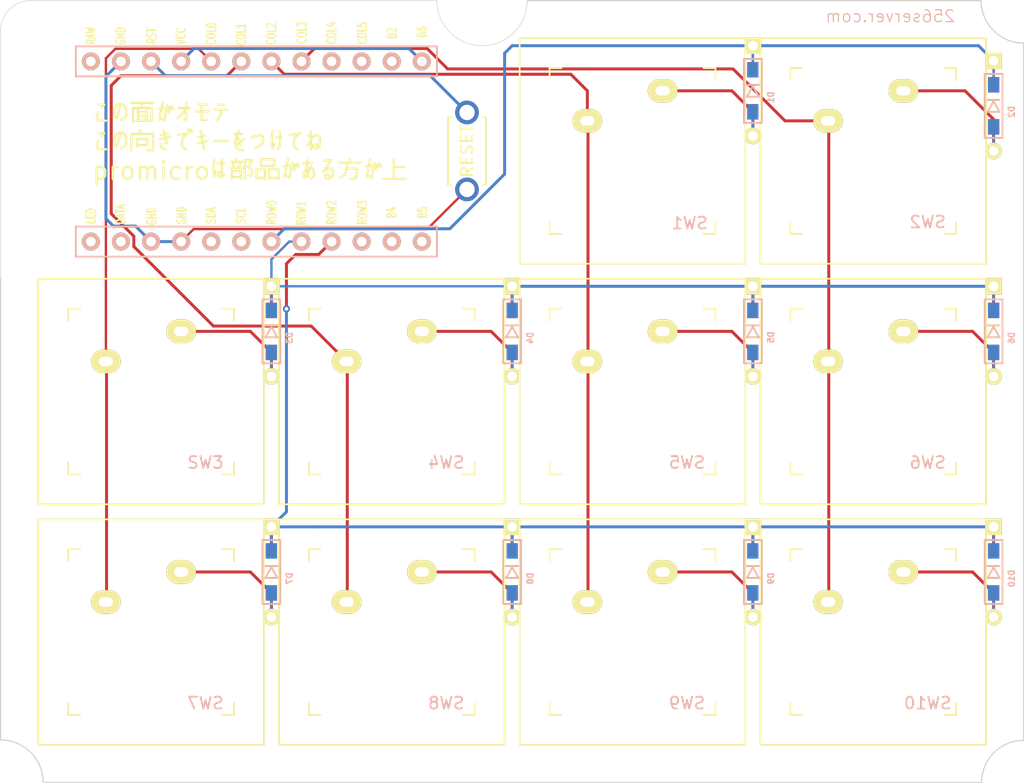
<source format=kicad_pcb>
(kicad_pcb (version 20221018) (generator pcbnew)
  (layers (0 "F.Cu" signal) (31 "B.Cu" signal) (34 "B.Paste" user) (35 "F.Paste" user) (36 "B.SilkS" user "B.Silkscreen") (37 "F.SilkS" user "F.Silkscreen") (38 "B.Mask" user) (39 "F.Mask" user) (44 "Edge.Cuts" user))
  (net 0 "")
  (net 1 "Row0")
  (net 2 "Net-(D1-A)")
  (net 3 "Net-(D2-A)")
  (net 4 "Row1")
  (net 5 "Net-(D3-A)")
  (net 6 "Net-(D4-A)")
  (net 7 "Net-(D5-A)")
  (net 8 "Net-(D6-A)")
  (net 9 "Row2")
  (net 10 "Net-(D7-A)")
  (net 11 "Net-(D8-A)")
  (net 12 "Net-(D9-A)")
  (net 13 "Net-(D10-A)")
  (net 14 "Col2")
  (net 15 "Col3")
  (net 16 "Col0")
  (net 17 "Col1")
  (net 19 "GND")
  (net 21 "VCC")
  (net 32 "Reset")
  (footprint "kbd:D3_TH_SMD" (layer "F.Cu") (at 200.66 119.38 -90)
    (fp_text reference "D10" (at 0.55 -1.524 90) (layer "B.SilkS") (effects (font (size 0.5 0.5) (thickness 0.125)) (justify mirror)))
    (fp_text value "D" hide)
    (pad "1" thru_hole rect (at -3.81 0 270) (size 1.397 1.397) (drill 0.8128) (layers "*.Cu" "*.Mask" "F.SilkS") (net 9 "Row2"))
    (pad "1" smd rect (at -1.775 0 270) (size 1.3 0.95) (layers "F.Cu" "F.Paste" "F.Mask") (net 9 "Row2"))
    (pad "1" smd rect (at -1.775 0 270) (size 1.3 0.95) (layers "B.Cu" "B.Paste" "B.Mask") (net 9 "Row2"))
    (pad "2" smd rect (at 1.775 0 270) (size 1.3 0.95) (layers "F.Cu" "F.Paste" "F.Mask") (net 13 "Net-(D10-A)"))
    (pad "2" smd rect (at 1.775 0 270) (size 1.3 0.95) (layers "B.Cu" "B.Paste" "B.Mask") (net 13 "Net-(D10-A)"))
    (pad "2" thru_hole circle (at 3.81 0 270) (size 1.397 1.397) (drill 0.8128) (layers "*.Cu" "*.Mask" "F.SilkS") (net 13 "Net-(D10-A)"))
  )
  (footprint "kbd:CherryMX_1u" (layer "F.Cu") (at 129.54 124.46)
    (fp_text reference "SW7" (at 4.6 6 180) (layer "B.SilkS") (effects (justify mirror)))
    (fp_text value "SW_Push" hide)
    (pad "" np_thru_hole circle (at -5.08 0 90) (size 1.9 1.9) (drill 1.9) (layers "*.Cu" "*.Mask"))
    (pad "" np_thru_hole circle (at 0 0 90) (size 4 4) (drill 4) (layers "*.Cu" "*.Mask"))
    (pad "" np_thru_hole circle (at 5.08 0 90) (size 1.9 1.9) (drill 1.9) (layers "*.Cu" "*.Mask"))
    (pad "1" thru_hole oval (at -3.81 -2.54) (size 2.5 2) (drill oval 1.2 0.8) (layers "*.Cu" "F.SilkS" "B.Mask") (net 16 "Col0"))
    (pad "2" thru_hole oval (at 2.54 -5.08) (size 2.5 2) (drill oval 1.2 0.8) (layers "*.Cu" "F.SilkS" "B.Mask") (net 10 "Net-(D7-A)"))
  )
  (footprint "kbd:CherryMX_1u" (layer "F.Cu") (at 190.5 83.82)
    (fp_text reference "SW2" (at 4.6 6) (layer "B.SilkS") (effects (justify mirror)))
    (fp_text value "SW_Push" hide)
    (pad "" np_thru_hole circle (at -5.08 0 90) (size 1.9 1.9) (drill 1.9) (layers "*.Cu" "*.Mask"))
    (pad "" np_thru_hole circle (at 0 0 90) (size 4 4) (drill 4) (layers "*.Cu" "*.Mask"))
    (pad "" np_thru_hole circle (at 5.08 0 90) (size 1.9 1.9) (drill 1.9) (layers "*.Cu" "*.Mask"))
    (pad "1" thru_hole oval (at -3.81 -2.54) (size 2.5 2) (drill oval 1.2 0.8) (layers "*.Cu" "F.SilkS" "B.Mask") (net 15 "Col3"))
    (pad "2" thru_hole oval (at 2.54 -5.08) (size 2.5 2) (drill oval 1.2 0.8) (layers "*.Cu" "F.SilkS" "B.Mask") (net 3 "Net-(D2-A)"))
  )
  (footprint "kbd:D3_TH_SMD" (layer "F.Cu") (at 180.34 78.74 -90)
    (fp_text reference "D1" (at 0.55 -1.524 90) (layer "B.SilkS") (effects (font (size 0.5 0.5) (thickness 0.125)) (justify mirror)))
    (fp_text value "D" hide)
    (pad "1" thru_hole rect (at -3.81 0 270) (size 1.397 1.397) (drill 0.8128) (layers "*.Cu" "*.Mask" "F.SilkS") (net 1 "Row0"))
    (pad "1" smd rect (at -1.775 0 270) (size 1.3 0.95) (layers "F.Cu" "F.Paste" "F.Mask") (net 1 "Row0"))
    (pad "1" smd rect (at -1.775 0 270) (size 1.3 0.95) (layers "B.Cu" "B.Paste" "B.Mask") (net 1 "Row0"))
    (pad "2" smd rect (at 1.775 0 270) (size 1.3 0.95) (layers "F.Cu" "F.Paste" "F.Mask") (net 2 "Net-(D1-A)"))
    (pad "2" smd rect (at 1.775 0 270) (size 1.3 0.95) (layers "B.Cu" "B.Paste" "B.Mask") (net 2 "Net-(D1-A)"))
    (pad "2" thru_hole circle (at 3.81 0 270) (size 1.397 1.397) (drill 0.8128) (layers "*.Cu" "*.Mask" "F.SilkS") (net 2 "Net-(D1-A)"))
  )
  (footprint "kbd:D3_TH_SMD" (layer "F.Cu") (at 200.66 80.01 -90)
    (fp_text reference "D2" (at 0.508 -1.524 90) (layer "B.SilkS") (effects (font (size 0.5 0.5) (thickness 0.125)) (justify mirror)))
    (fp_text value "D" hide)
    (pad "1" thru_hole rect (at -3.81 0 270) (size 1.397 1.397) (drill 0.8128) (layers "*.Cu" "*.Mask" "F.SilkS") (net 1 "Row0"))
    (pad "1" smd rect (at -1.775 0 270) (size 1.3 0.95) (layers "F.Cu" "F.Paste" "F.Mask") (net 1 "Row0"))
    (pad "1" smd rect (at -1.775 0 270) (size 1.3 0.95) (layers "B.Cu" "B.Paste" "B.Mask") (net 1 "Row0"))
    (pad "2" smd rect (at 1.775 0 270) (size 1.3 0.95) (layers "F.Cu" "F.Paste" "F.Mask") (net 3 "Net-(D2-A)"))
    (pad "2" smd rect (at 1.775 0 270) (size 1.3 0.95) (layers "B.Cu" "B.Paste" "B.Mask") (net 3 "Net-(D2-A)"))
    (pad "2" thru_hole circle (at 3.81 0 270) (size 1.397 1.397) (drill 0.8128) (layers "*.Cu" "*.Mask" "F.SilkS") (net 3 "Net-(D2-A)"))
  )
  (footprint "kbd:D3_TH_SMD" (layer "F.Cu") (at 180.34 99.06 -90)
    (fp_text reference "D5" (at 0.508 -1.524 90) (layer "B.SilkS") (effects (font (size 0.5 0.5) (thickness 0.125)) (justify mirror)))
    (fp_text value "D" hide)
    (pad "1" thru_hole rect (at -3.81 0 270) (size 1.397 1.397) (drill 0.8128) (layers "*.Cu" "*.Mask" "F.SilkS") (net 4 "Row1"))
    (pad "1" smd rect (at -1.775 0 270) (size 1.3 0.95) (layers "F.Cu" "F.Paste" "F.Mask") (net 4 "Row1"))
    (pad "1" smd rect (at -1.775 0 270) (size 1.3 0.95) (layers "B.Cu" "B.Paste" "B.Mask") (net 4 "Row1"))
    (pad "2" smd rect (at 1.775 0 270) (size 1.3 0.95) (layers "F.Cu" "F.Paste" "F.Mask") (net 7 "Net-(D5-A)"))
    (pad "2" smd rect (at 1.775 0 270) (size 1.3 0.95) (layers "B.Cu" "B.Paste" "B.Mask") (net 7 "Net-(D5-A)"))
    (pad "2" thru_hole circle (at 3.81 0 270) (size 1.397 1.397) (drill 0.8128) (layers "*.Cu" "*.Mask" "F.SilkS") (net 7 "Net-(D5-A)"))
  )
  (footprint "kbd:CherryMX_1u" (layer "F.Cu") (at 190.5 124.46)
    (fp_text reference "SW10" (at 4.6 6 180) (layer "B.SilkS") (effects (justify mirror)))
    (fp_text value "SW_Push" hide)
    (pad "" np_thru_hole circle (at -5.08 0 90) (size 1.9 1.9) (drill 1.9) (layers "*.Cu" "*.Mask"))
    (pad "" np_thru_hole circle (at 0 0 90) (size 4 4) (drill 4) (layers "*.Cu" "*.Mask"))
    (pad "" np_thru_hole circle (at 5.08 0 90) (size 1.9 1.9) (drill 1.9) (layers "*.Cu" "*.Mask"))
    (pad "1" thru_hole oval (at -3.81 -2.54) (size 2.5 2) (drill oval 1.2 0.8) (layers "*.Cu" "F.SilkS" "B.Mask") (net 15 "Col3"))
    (pad "2" thru_hole oval (at 2.54 -5.08) (size 2.5 2) (drill oval 1.2 0.8) (layers "*.Cu" "F.SilkS" "B.Mask") (net 13 "Net-(D10-A)"))
  )
  (footprint "kbd:D3_TH_SMD" (layer "F.Cu") (at 139.7 99.06 -90)
    (fp_text reference "D3" (at 0.55 -1.524 90) (layer "B.SilkS") (effects (font (size 0.5 0.5) (thickness 0.125)) (justify mirror)))
    (fp_text value "D" hide)
    (pad "1" thru_hole rect (at -3.81 0 270) (size 1.397 1.397) (drill 0.8128) (layers "*.Cu" "*.Mask" "F.SilkS") (net 4 "Row1"))
    (pad "1" smd rect (at -1.775 0 270) (size 1.3 0.95) (layers "F.Cu" "F.Paste" "F.Mask") (net 4 "Row1"))
    (pad "1" smd rect (at -1.775 0 270) (size 1.3 0.95) (layers "B.Cu" "B.Paste" "B.Mask") (net 4 "Row1"))
    (pad "2" smd rect (at 1.775 0 270) (size 1.3 0.95) (layers "F.Cu" "F.Paste" "F.Mask") (net 5 "Net-(D3-A)"))
    (pad "2" smd rect (at 1.775 0 270) (size 1.3 0.95) (layers "B.Cu" "B.Paste" "B.Mask") (net 5 "Net-(D3-A)"))
    (pad "2" thru_hole circle (at 3.81 0 270) (size 1.397 1.397) (drill 0.8128) (layers "*.Cu" "*.Mask" "F.SilkS") (net 5 "Net-(D3-A)"))
  )
  (footprint "kbd:D3_TH_SMD" (layer "F.Cu") (at 139.7 119.38 -90)
    (fp_text reference "D7" (at 0.55 -1.524 90) (layer "B.SilkS") (effects (font (size 0.5 0.5) (thickness 0.125)) (justify mirror)))
    (fp_text value "D" hide)
    (pad "1" thru_hole rect (at -3.81 0 270) (size 1.397 1.397) (drill 0.8128) (layers "*.Cu" "*.Mask" "F.SilkS") (net 9 "Row2"))
    (pad "1" smd rect (at -1.775 0 270) (size 1.3 0.95) (layers "F.Cu" "F.Paste" "F.Mask") (net 9 "Row2"))
    (pad "1" smd rect (at -1.775 0 270) (size 1.3 0.95) (layers "B.Cu" "B.Paste" "B.Mask") (net 9 "Row2"))
    (pad "2" smd rect (at 1.775 0 270) (size 1.3 0.95) (layers "F.Cu" "F.Paste" "F.Mask") (net 10 "Net-(D7-A)"))
    (pad "2" smd rect (at 1.775 0 270) (size 1.3 0.95) (layers "B.Cu" "B.Paste" "B.Mask") (net 10 "Net-(D7-A)"))
    (pad "2" thru_hole circle (at 3.81 0 270) (size 1.397 1.397) (drill 0.8128) (layers "*.Cu" "*.Mask" "F.SilkS") (net 10 "Net-(D7-A)"))
  )
  (footprint "kbd:CherryMX_1u" (layer "F.Cu") (at 170.18 83.82)
    (fp_text reference "SW1" (at 4.826 6.096) (layer "B.SilkS") (effects (justify mirror)))
    (fp_text value "SW_Push" hide)
    (pad "" np_thru_hole circle (at -5.08 0 90) (size 1.9 1.9) (drill 1.9) (layers "*.Cu" "*.Mask"))
    (pad "" np_thru_hole circle (at 0 0 90) (size 4 4) (drill 4) (layers "*.Cu" "*.Mask"))
    (pad "" np_thru_hole circle (at 5.08 0 90) (size 1.9 1.9) (drill 1.9) (layers "*.Cu" "*.Mask"))
    (pad "1" thru_hole oval (at -3.81 -2.54) (size 2.5 2) (drill oval 1.2 0.8) (layers "*.Cu" "F.SilkS" "B.Mask") (net 14 "Col2"))
    (pad "2" thru_hole oval (at 2.54 -5.08) (size 2.5 2) (drill oval 1.2 0.8) (layers "*.Cu" "F.SilkS" "B.Mask") (net 2 "Net-(D1-A)"))
  )
  (footprint "kbd:ResetSW_1side" (layer "F.Cu") (at 156.21 83.82 90)
    (fp_text reference "SW11" hide)
    (fp_text value "SW_Push")
    (fp_text user "RESET" (at 0 0 90) (layer "F.SilkS"))
    (pad "1" thru_hole circle (at 3.25 0 90) (size 2 2) (drill 1.3) (layers "*.Cu" "B.Mask") (net 32 "Reset"))
    (pad "2" thru_hole circle (at -3.25 0 90) (size 2 2) (drill 1.3) (layers "*.Cu" "B.Mask") (net 19 "GND"))
  )
  (footprint "kbd:D3_TH_SMD" (layer "F.Cu") (at 200.66 99.06 -90)
    (fp_text reference "D6" (at 0.55 -1.524 90) (layer "B.SilkS") (effects (font (size 0.5 0.5) (thickness 0.125)) (justify mirror)))
    (fp_text value "D" hide)
    (pad "1" thru_hole rect (at -3.81 0 270) (size 1.397 1.397) (drill 0.8128) (layers "*.Cu" "*.Mask" "F.SilkS") (net 4 "Row1"))
    (pad "1" smd rect (at -1.775 0 270) (size 1.3 0.95) (layers "F.Cu" "F.Paste" "F.Mask") (net 4 "Row1"))
    (pad "1" smd rect (at -1.775 0 270) (size 1.3 0.95) (layers "B.Cu" "B.Paste" "B.Mask") (net 4 "Row1"))
    (pad "2" smd rect (at 1.775 0 270) (size 1.3 0.95) (layers "F.Cu" "F.Paste" "F.Mask") (net 8 "Net-(D6-A)"))
    (pad "2" smd rect (at 1.775 0 270) (size 1.3 0.95) (layers "B.Cu" "B.Paste" "B.Mask") (net 8 "Net-(D6-A)"))
    (pad "2" thru_hole circle (at 3.81 0 270) (size 1.397 1.397) (drill 0.8128) (layers "*.Cu" "*.Mask" "F.SilkS") (net 8 "Net-(D6-A)"))
  )
  (footprint "kbd:CherryMX_1u" (layer "F.Cu") (at 190.5 104.14)
    (fp_text reference "SW6" (at 4.6 6 180) (layer "B.SilkS") (effects (justify mirror)))
    (fp_text value "SW_Push" hide)
    (pad "" np_thru_hole circle (at -5.08 0 90) (size 1.9 1.9) (drill 1.9) (layers "*.Cu" "*.Mask"))
    (pad "" np_thru_hole circle (at 0 0 90) (size 4 4) (drill 4) (layers "*.Cu" "*.Mask"))
    (pad "" np_thru_hole circle (at 5.08 0 90) (size 1.9 1.9) (drill 1.9) (layers "*.Cu" "*.Mask"))
    (pad "1" thru_hole oval (at -3.81 -2.54) (size 2.5 2) (drill oval 1.2 0.8) (layers "*.Cu" "F.SilkS" "B.Mask") (net 15 "Col3"))
    (pad "2" thru_hole oval (at 2.54 -5.08) (size 2.5 2) (drill oval 1.2 0.8) (layers "*.Cu" "F.SilkS" "B.Mask") (net 8 "Net-(D6-A)"))
  )
  (footprint "kbd:CherryMX_1u" (layer "F.Cu") (at 170.18 104.14)
    (fp_text reference "SW5" (at 4.6 6 180) (layer "B.SilkS") (effects (justify mirror)))
    (fp_text value "SW_Push" hide)
    (pad "" np_thru_hole circle (at -5.08 0 90) (size 1.9 1.9) (drill 1.9) (layers "*.Cu" "*.Mask"))
    (pad "" np_thru_hole circle (at 0 0 90) (size 4 4) (drill 4) (layers "*.Cu" "*.Mask"))
    (pad "" np_thru_hole circle (at 5.08 0 90) (size 1.9 1.9) (drill 1.9) (layers "*.Cu" "*.Mask"))
    (pad "1" thru_hole oval (at -3.81 -2.54) (size 2.5 2) (drill oval 1.2 0.8) (layers "*.Cu" "F.SilkS" "B.Mask") (net 14 "Col2"))
    (pad "2" thru_hole oval (at 2.54 -5.08) (size 2.5 2) (drill oval 1.2 0.8) (layers "*.Cu" "F.SilkS" "B.Mask") (net 7 "Net-(D5-A)"))
  )
  (footprint "kbd:CherryMX_1u" (layer "F.Cu") (at 129.54 104.14)
    (fp_text reference "SW3" (at 4.6 6 180) (layer "B.SilkS"))
    (fp_text value "SW_Push" hide)
    (pad "" np_thru_hole circle (at -5.08 0 90) (size 1.9 1.9) (drill 1.9) (layers "*.Cu" "*.Mask"))
    (pad "" np_thru_hole circle (at 0 0 90) (size 4 4) (drill 4) (layers "*.Cu" "*.Mask"))
    (pad "" np_thru_hole circle (at 5.08 0 90) (size 1.9 1.9) (drill 1.9) (layers "*.Cu" "*.Mask"))
    (pad "1" thru_hole oval (at -3.81 -2.54) (size 2.5 2) (drill oval 1.2 0.8) (layers "*.Cu" "F.SilkS" "B.Mask") (net 16 "Col0"))
    (pad "2" thru_hole oval (at 2.54 -5.08) (size 2.5 2) (drill oval 1.2 0.8) (layers "*.Cu" "F.SilkS" "B.Mask") (net 5 "Net-(D3-A)"))
  )
  (footprint "kbd:D3_TH_SMD" (layer "F.Cu") (at 160.02 119.38 -90)
    (fp_text reference "D8" (at 0.55 -1.524 90) (layer "B.SilkS") (effects (font (size 0.5 0.5) (thickness 0.125)) (justify mirror)))
    (fp_text value "D" hide)
    (pad "1" thru_hole rect (at -3.81 0 270) (size 1.397 1.397) (drill 0.8128) (layers "*.Cu" "*.Mask" "F.SilkS") (net 9 "Row2"))
    (pad "1" smd rect (at -1.775 0 270) (size 1.3 0.95) (layers "F.Cu" "F.Paste" "F.Mask") (net 9 "Row2"))
    (pad "1" smd rect (at -1.775 0 270) (size 1.3 0.95) (layers "B.Cu" "B.Paste" "B.Mask") (net 9 "Row2"))
    (pad "2" smd rect (at 1.775 0 270) (size 1.3 0.95) (layers "F.Cu" "F.Paste" "F.Mask") (net 11 "Net-(D8-A)"))
    (pad "2" smd rect (at 1.775 0 270) (size 1.3 0.95) (layers "B.Cu" "B.Paste" "B.Mask") (net 11 "Net-(D8-A)"))
    (pad "2" thru_hole circle (at 3.81 0 270) (size 1.397 1.397) (drill 0.8128) (layers "*.Cu" "*.Mask" "F.SilkS") (net 11 "Net-(D8-A)"))
  )
  (footprint "kbd:D3_TH_SMD" (layer "F.Cu") (at 160.02 99.06 -90)
    (fp_text reference "D4" (at 0.55 -1.524 90) (layer "B.SilkS") (effects (font (size 0.5 0.5) (thickness 0.125)) (justify mirror)))
    (fp_text value "D" hide)
    (pad "1" thru_hole rect (at -3.81 0 270) (size 1.397 1.397) (drill 0.8128) (layers "*.Cu" "*.Mask" "F.SilkS") (net 4 "Row1"))
    (pad "1" smd rect (at -1.775 0 270) (size 1.3 0.95) (layers "F.Cu" "F.Paste" "F.Mask") (net 4 "Row1"))
    (pad "1" smd rect (at -1.775 0 270) (size 1.3 0.95) (layers "B.Cu" "B.Paste" "B.Mask") (net 4 "Row1"))
    (pad "2" smd rect (at 1.775 0 270) (size 1.3 0.95) (layers "F.Cu" "F.Paste" "F.Mask") (net 6 "Net-(D4-A)"))
    (pad "2" smd rect (at 1.775 0 270) (size 1.3 0.95) (layers "B.Cu" "B.Paste" "B.Mask") (net 6 "Net-(D4-A)"))
    (pad "2" thru_hole circle (at 3.81 0 270) (size 1.397 1.397) (drill 0.8128) (layers "*.Cu" "*.Mask" "F.SilkS") (net 6 "Net-(D4-A)"))
  )
  (footprint "kbd:CherryMX_1u" (layer "F.Cu") (at 149.86 104.14)
    (fp_text reference "SW4" (at 4.6 6 180) (layer "B.SilkS") (effects (justify mirror)))
    (fp_text value "SW_Push" hide)
    (pad "" np_thru_hole circle (at -5.08 0 90) (size 1.9 1.9) (drill 1.9) (layers "*.Cu" "*.Mask"))
    (pad "" np_thru_hole circle (at 0 0 90) (size 4 4) (drill 4) (layers "*.Cu" "*.Mask"))
    (pad "" np_thru_hole circle (at 5.08 0 90) (size 1.9 1.9) (drill 1.9) (layers "*.Cu" "*.Mask"))
    (pad "1" thru_hole oval (at -3.81 -2.54) (size 2.5 2) (drill oval 1.2 0.8) (layers "*.Cu" "F.SilkS" "B.Mask") (net 17 "Col1"))
    (pad "2" thru_hole oval (at 2.54 -5.08) (size 2.5 2) (drill oval 1.2 0.8) (layers "*.Cu" "F.SilkS" "B.Mask") (net 6 "Net-(D4-A)"))
  )
  (footprint "kbd:CherryMX_1u" (layer "F.Cu") (at 170.18 124.46)
    (fp_text reference "SW9" (at 4.6 6 180) (layer "B.SilkS") (effects (justify mirror)))
    (fp_text value "SW_Push" hide)
    (pad "" np_thru_hole circle (at -5.08 0 90) (size 1.9 1.9) (drill 1.9) (layers "*.Cu" "*.Mask"))
    (pad "" np_thru_hole circle (at 0 0 90) (size 4 4) (drill 4) (layers "*.Cu" "*.Mask"))
    (pad "" np_thru_hole circle (at 5.08 0 90) (size 1.9 1.9) (drill 1.9) (layers "*.Cu" "*.Mask"))
    (pad "1" thru_hole oval (at -3.81 -2.54) (size 2.5 2) (drill oval 1.2 0.8) (layers "*.Cu" "F.SilkS" "B.Mask") (net 14 "Col2"))
    (pad "2" thru_hole oval (at 2.54 -5.08) (size 2.5 2) (drill oval 1.2 0.8) (layers "*.Cu" "F.SilkS" "B.Mask") (net 12 "Net-(D9-A)"))
  )
  (footprint "kbd:CherryMX_1u" (layer "F.Cu") (at 149.86 124.46)
    (fp_text reference "SW8" (at 4.6 6 180) (layer "B.SilkS") (effects (justify mirror)))
    (fp_text value "SW_Push" hide)
    (pad "" np_thru_hole circle (at -5.08 0 90) (size 1.9 1.9) (drill 1.9) (layers "*.Cu" "*.Mask"))
    (pad "" np_thru_hole circle (at 0 0 90) (size 4 4) (drill 4) (layers "*.Cu" "*.Mask"))
    (pad "" np_thru_hole circle (at 5.08 0 90) (size 1.9 1.9) (drill 1.9) (layers "*.Cu" "*.Mask"))
    (pad "1" thru_hole oval (at -3.81 -2.54) (size 2.5 2) (drill oval 1.2 0.8) (layers "*.Cu" "F.SilkS" "B.Mask") (net 17 "Col1"))
    (pad "2" thru_hole oval (at 2.54 -5.08) (size 2.5 2) (drill oval 1.2 0.8) (layers "*.Cu" "F.SilkS" "B.Mask") (net 11 "Net-(D8-A)"))
  )
  (footprint "kbd:D3_TH_SMD" (layer "F.Cu") (at 180.34 119.38 -90)
    (fp_text reference "D9" (at 0.55 -1.524 90) (layer "B.SilkS") (effects (font (size 0.5 0.5) (thickness 0.125)) (justify mirror)))
    (fp_text value "D" hide)
    (pad "1" thru_hole rect (at -3.81 0 270) (size 1.397 1.397) (drill 0.8128) (layers "*.Cu" "*.Mask" "F.SilkS") (net 9 "Row2"))
    (pad "1" smd rect (at -1.775 0 270) (size 1.3 0.95) (layers "F.Cu" "F.Paste" "F.Mask") (net 9 "Row2"))
    (pad "1" smd rect (at -1.775 0 270) (size 1.3 0.95) (layers "B.Cu" "B.Paste" "B.Mask") (net 9 "Row2"))
    (pad "2" smd rect (at 1.775 0 270) (size 1.3 0.95) (layers "F.Cu" "F.Paste" "F.Mask") (net 12 "Net-(D9-A)"))
    (pad "2" smd rect (at 1.775 0 270) (size 1.3 0.95) (layers "B.Cu" "B.Paste" "B.Mask") (net 12 "Net-(D9-A)"))
    (pad "2" thru_hole circle (at 3.81 0 270) (size 1.397 1.397) (drill 0.8128) (layers "*.Cu" "*.Mask" "F.SilkS") (net 12 "Net-(D9-A)"))
  )
  (footprint "kbd:ProMicro_v2_1side" (layer "B.Cu") (at 138.938 83.82 -90)
    (fp_text reference "U1" hide)
    (fp_text value "Micon_BLEMicroPro" hide)
    (fp_text user "" (at -0.5 17.25 90) (layer "B.SilkS") (effects (justify mirror)))
    (fp_text user "ROW1" (at 5.25 -3.302 -270) (layer "F.SilkS") (effects (font (size 0.75 0.5) (thickness 0.125))))
    (fp_text user "GND" (at 5.461 6.7945 -270) (layer "F.SilkS") (effects (font (size 0.75 0.5) (thickness 0.125))))
    (fp_text user "ROW2" (at 5.2 -5.85 -270) (layer "F.SilkS") (effects (font (size 0.75 0.5) (thickness 0.125))))
    (fp_text user "COL5" (at -9.95 -8.4455 -270) (layer "F.SilkS") (effects (font (size 0.75 0.5) (thickness 0.125))))
    (fp_text user "COL3" (at -10 -3.35 -270) (layer "F.SilkS") (effects (font (size 0.75 0.5) (thickness 0.125))))
    (fp_text user "SDA" (at 5.461 4.318 -270) (layer "F.SilkS") (effects (font (size 0.75 0.5) (thickness 0.125))))
    (fp_text user "B6" (at -10.05 -13.5 -270) (layer "F.SilkS") (effects (font (size 0.75 0.5) (thickness 0.125))))
    (fp_text user "B4" (at 5.2 -10.922 -270) (layer "F.SilkS") (effects (font (size 0.75 0.5) (thickness 0.125))))
    (fp_text user "DATA" (at 5.35 11.95 -270) (layer "F.SilkS") (effects (font (size 0.75 0.5) (thickness 0.125))))
    (fp_text user "COL2" (at -9.9 -0.762 -270) (layer "F.SilkS") (effects (font (size 0.75 0.5) (thickness 0.125))))
    (fp_text user "ROW3" (at 5.2 -8.4455 -270) (layer "F.SilkS") (effects (font (size 0.75 0.5) (thickness 0.125))))
    (fp_text user "COL1" (at -9.85 1.778 -270) (layer "F.SilkS") (effects (font (size 0.75 0.5) (thickness 0.125))))
    (fp_text user "COL0" (at -9.9 4.3 -270) (layer "F.SilkS") (effects (font (size 0.75 0.5) (thickness 0.125))))
    (fp_text user "B5" (at 5.2 -13.5255 -270) (layer "F.SilkS") (effects (font (size 0.75 0.5) (thickness 0.125))))
    (fp_text user "LED" (at 5.5 14.478 -270) (layer "F.SilkS") (effects (font (size 0.75 0.5) (thickness 0.125))))
    (fp_text user "COL4" (at -9.95 -5.85 -270) (layer "F.SilkS") (effects (font (size 0.75 0.5) (thickness 0.125))))
    (fp_text user "" (at -1.2065 16.256 90) (layer "F.SilkS"))
    (fp_text user "VCC" (at -9.7155 6.858 -270) (layer "F.SilkS") (effects (font (size 0.75 0.5) (thickness 0.125))))
    (fp_text user "RAW" (at -9.7155 14.478 -270) (layer "F.SilkS") (effects (font (size 0.75 0.5) (thickness 0.125))))
    (fp_text user "SCL" (at 5.461 1.778 -270) (layer "F.SilkS") (effects (font (size 0.75 0.5) (thickness 0.125))))
    (fp_text user "RST" (at -9.7155 9.3345 -270) (layer "F.SilkS") (effects (font (size 0.75 0.5) (thickness 0.125))))
    (fp_text user "GND" (at -9.7155 11.938 -270) (layer "F.SilkS") (effects (font (size 0.75 0.5) (thickness 0.125))))
    (fp_text user "GND" (at 5.5245 9.3345 -270) (layer "F.SilkS") (effects (font (size 0.75 0.5) (thickness 0.125))))
    (fp_text user "B2" (at -9.95 -10.95 -270) (layer "F.SilkS") (effects (font (size 0.75 0.5) (thickness 0.125))))
    (fp_text user "ROW0" (at 5.2 -0.8 -270) (layer "F.SilkS") (effects (font (size 0.75 0.5) (thickness 0.125))))
    (pad "1" thru_hole circle (at 7.6564 14.478 270) (size 1.524 1.524) (drill 0.8128) (layers "*.Cu" "B.SilkS" "B.Mask"))
    (pad "2" thru_hole circle (at 7.6564 11.938 270) (size 1.524 1.524) (drill 0.8128) (layers "*.Cu" "B.SilkS" "B.Mask"))
    (pad "3" thru_hole circle (at 7.6564 9.398 270) (size 1.524 1.524) (drill 0.8128) (layers "*.Cu" "B.SilkS" "B.Mask") (net 19 "GND"))
    (pad "4" thru_hole circle (at 7.6564 6.858 270) (size 1.524 1.524) (drill 0.8128) (layers "*.Cu" "B.SilkS" "B.Mask") (net 19 "GND"))
    (pad "5" thru_hole circle (at 7.6564 4.318 270) (size 1.524 1.524) (drill 0.8128) (layers "*.Cu" "B.SilkS" "B.Mask"))
    (pad "6" thru_hole circle (at 7.6564 1.778 270) (size 1.524 1.524) (drill 0.8128) (layers "*.Cu" "B.SilkS" "B.Mask"))
    (pad "7" thru_hole circle (at 7.6564 -0.762 270) (size 1.524 1.524) (drill 0.8128) (layers "*.Cu" "B.SilkS" "B.Mask") (net 1 "Row0"))
    (pad "8" thru_hole circle (at 7.6564 -3.302 270) (size 1.524 1.524) (drill 0.8128) (layers "*.Cu" "B.SilkS" "B.Mask") (net 4 "Row1"))
    (pad "9" thru_hole circle (at 7.6564 -5.842 270) (size 1.524 1.524) (drill 0.8128) (layers "*.Cu" "B.SilkS" "B.Mask") (net 9 "Row2"))
    (pad "10" thru_hole circle (at 7.6564 -8.382 270) (size 1.524 1.524) (drill 0.8128) (layers "*.Cu" "B.SilkS" "B.Mask"))
    (pad "11" thru_hole circle (at 7.6564 -10.922 270) (size 1.524 1.524) (drill 0.8128) (layers "*.Cu" "B.SilkS" "B.Mask"))
    (pad "12" thru_hole circle (at 7.6564 -13.462 270) (size 1.524 1.524) (drill 0.8128) (layers "*.Cu" "B.SilkS" "B.Mask"))
    (pad "13" thru_hole circle (at -7.5636 -13.462 270) (size 1.524 1.524) (drill 0.8128) (layers "*.Cu" "B.SilkS" "B.Mask"))
    (pad "14" thru_hole circle (at -7.5636 -10.922 270) (size 1.524 1.524) (drill 0.8128) (layers "*.Cu" "B.SilkS" "B.Mask"))
    (pad "15" thru_hole circle (at -7.5636 -8.382 270) (size 1.524 1.524) (drill 0.8128) (layers "*.Cu" "B.SilkS" "B.Mask"))
    (pad "16" thru_hole circle (at -7.5636 -5.842 270) (size 1.524 1.524) (drill 0.8128) (layers "*.Cu" "B.SilkS" "B.Mask"))
    (pad "17" thru_hole circle (at -7.5636 -3.302 270) (size 1.524 1.524) (drill 0.8128) (layers "*.Cu" "B.SilkS" "B.Mask") (net 15 "Col3"))
    (pad "18" thru_hole circle (at -7.5636 -0.762 270) (size 1.524 1.524) (drill 0.8128) (layers "*.Cu" "B.SilkS" "B.Mask") (net 14 "Col2"))
    (pad "19" thru_hole circle (at -7.5636 1.778 270) (size 1.524 1.524) (drill 0.8128) (layers "*.Cu" "B.SilkS" "B.Mask") (net 17 "Col1"))
    (pad "20" thru_hole circle (at -7.5636 4.318 270) (size 1.524 1.524) (drill 0.8128) (layers "*.Cu" "B.SilkS" "B.Mask") (net 16 "Col0"))
    (pad "21" thru_hole circle (at -7.5636 6.858 270) (size 1.524 1.524) (drill 0.8128) (layers "*.Cu" "B.SilkS" "B.Mask") (net 21 "VCC"))
    (pad "22" thru_hole circle (at -7.5636 9.398 270) (size 1.524 1.524) (drill 0.8128) (layers "*.Cu" "B.SilkS" "B.Mask") (net 32 "Reset"))
    (pad "23" thru_hole circle (at -7.5636 11.938 270) (size 1.524 1.524) (drill 0.8128) (layers "*.Cu" "B.SilkS" "B.Mask") (net 19 "GND"))
    (pad "24" thru_hole circle (at -7.5636 14.478 270) (size 1.524 1.524) (drill 0.8128) (layers "*.Cu" "B.SilkS" "B.Mask"))
  )
  (gr_line (start 123.19 74.9864) (end 153.67 74.9864) (stroke (width 0.1)) (layer "F.SilkS"))
  (gr_line (start 153.67 90.2064) (end 123.19 90.2064) (stroke (width 0.1)) (layer "F.SilkS"))
  (gr_line (start 123.19 92.7464) (end 153.67 92.7464) (stroke (width 0.1)) (layer "F.SilkS"))
  (gr_line (start 123.19 92.7464) (end 123.19 90.2064) (stroke (width 0.1)) (layer "F.SilkS"))
  (gr_line (start 123.19 74.9864) (end 123.19 77.5264) (stroke (width 0.1)) (layer "F.SilkS"))
  (gr_line (start 153.67 90.2064) (end 153.67 92.7464) (stroke (width 0.1)) (layer "F.SilkS"))
  (gr_line (start 153.67 77.47) (end 123.19 77.47) (stroke (width 0.1)) (layer "F.SilkS"))
  (gr_line (start 153.67 77.5264) (end 153.67 74.9864) (stroke (width 0.1)) (layer "F.SilkS"))
  (gr_arc (start 119.38 134.62) (mid 120.15867 135.785362) (end 120.432102 137.16) (stroke (width 0.1)) (layer "Edge.Cuts"))
  (gr_line (start 116.84 94.615) (end 116.84 93.98) (stroke (width 0.05)) (layer "Edge.Cuts"))
  (gr_line (start 153.67 71.12) (end 119.38 71.12) (stroke (width 0.05)) (layer "Edge.Cuts"))
  (gr_line (start 199.644 137.16) (end 120.432102 137.16) (stroke (width 0.1)) (layer "Edge.Cuts"))
  (gr_line (start 203.2 78.74) (end 203.2 133.604) (stroke (width 0.1)) (layer "Edge.Cuts"))
  (gr_arc (start 161.29 71.12) (mid 160.174077 73.814077) (end 157.48 74.93) (stroke (width 0.05)) (layer "Edge.Cuts"))
  (gr_line (start 116.84 73.66) (end 116.84 93.98) (stroke (width 0.05)) (layer "Edge.Cuts"))
  (gr_line (start 196.85 71.12) (end 199.607898 71.12) (stroke (width 0.1)) (layer "Edge.Cuts"))
  (gr_line (start 116.84 133.567898) (end 116.84 94.615) (stroke (width 0.1)) (layer "Edge.Cuts"))
  (gr_arc (start 116.84 73.66) (mid 117.583949 71.863949) (end 119.38 71.12) (stroke (width 0.05)) (layer "Edge.Cuts"))
  (gr_arc (start 200.66 73.66) (mid 199.88133 72.494638) (end 199.607898 71.12) (stroke (width 0.1)) (layer "Edge.Cuts"))
  (gr_arc (start 203.2 74.712102) (mid 201.825362 74.43867) (end 200.66 73.66) (stroke (width 0.1)) (layer "Edge.Cuts"))
  (gr_arc (start 199.644 137.16) (mid 200.685528 134.645528) (end 203.2 133.604) (stroke (width 0.1)) (layer "Edge.Cuts"))
  (gr_line (start 196.85 71.12) (end 161.29 71.12) (stroke (width 0.1)) (layer "Edge.Cuts"))
  (gr_line (start 203.2 74.712102) (end 203.2 78.74) (stroke (width 0.1)) (layer "Edge.Cuts"))
  (gr_arc (start 116.84 133.567898) (mid 118.214638 133.84133) (end 119.38 134.62) (stroke (width 0.1)) (layer "Edge.Cuts"))
  (gr_arc (start 157.48 74.93) (mid 154.785923 73.814077) (end 153.67 71.12) (stroke (width 0.05)) (layer "Edge.Cuts"))
  (gr_text "256server.com" (at 197.485 73.025) (layer "B.SilkS") (effects (font (size 1 1) (thickness 0.1)) (justify left bottom mirror)))
  (gr_text "この面がオモテ\nこの向きでキーをつけてね\npromicroは部品がある方が上" (at 124.46 86.36) (layer "F.SilkS") (effects (font (size 1.5 1.5) (thickness 0.2)) (justify left bottom)))
  (segment (start 200.66 78.235) (end 200.66 76.2) (width 0.2) (layer "F.Cu") (net 1))
  (segment (start 180.34 76.965) (end 180.34 74.93) (width 0.2) (layer "F.Cu") (net 1))
  (segment (start 180.34 74.93) (end 160.02 74.93) (width 0.25) (layer "B.Cu") (net 1))
  (segment (start 180.34 76.965) (end 180.34 74.93) (width 0.2) (layer "B.Cu") (net 1))
  (segment (start 159.385 75.565) (end 159.385 85.768833) (width 0.25) (layer "B.Cu") (net 1))
  (segment (start 199.39 74.93) (end 200.66 76.2) (width 0.25) (layer "B.Cu") (net 1))
  (segment (start 200.66 78.235) (end 200.66 76.2) (width 0.2) (layer "B.Cu") (net 1))
  (segment (start 159.385 85.768833) (end 154.764433 90.3894) (width 0.25) (layer "B.Cu") (net 1))
  (segment (start 140.787 90.3894) (end 139.7 91.4764) (width 0.25) (layer "B.Cu") (net 1))
  (segment (start 154.764433 90.3894) (end 140.787 90.3894) (width 0.25) (layer "B.Cu") (net 1))
  (segment (start 180.34 74.93) (end 199.39 74.93) (width 0.25) (layer "B.Cu") (net 1))
  (segment (start 160.02 74.93) (end 159.385 75.565) (width 0.25) (layer "B.Cu") (net 1))
  (segment (start 178.565 78.74) (end 180.34 80.515) (width 0.25) (layer "F.Cu") (net 2))
  (segment (start 180.34 80.515) (end 180.34 82.55) (width 0.25) (layer "F.Cu") (net 2))
  (segment (start 172.72 78.74) (end 178.565 78.74) (width 0.25) (layer "F.Cu") (net 2))
  (segment (start 180.34 80.515) (end 180.34 82.55) (width 0.2) (layer "B.Cu") (net 2))
  (segment (start 198.25 78.74) (end 200.66 81.15) (width 0.25) (layer "F.Cu") (net 3))
  (segment (start 200.66 81.15) (end 200.66 83.185) (width 0.25) (layer "F.Cu") (net 3))
  (segment (start 193.04 78.74) (end 198.25 78.74) (width 0.25) (layer "F.Cu") (net 3))
  (segment (start 200.66 81.785) (end 200.66 83.82) (width 0.2) (layer "B.Cu") (net 3))
  (segment (start 200.66 95.25) (end 200.66 97.285) (width 0.25) (layer "F.Cu") (net 4))
  (segment (start 139.7 95.25) (end 139.7 97.285) (width 0.25) (layer "F.Cu") (net 4))
  (segment (start 160.02 95.25) (end 160.02 97.285) (width 0.25) (layer "F.Cu") (net 4))
  (segment (start 180.34 95.25) (end 180.34 97.285) (width 0.25) (layer "F.Cu") (net 4))
  (segment (start 160.02 95.25) (end 139.7 95.25) (width 0.2) (layer "B.Cu") (net 4))
  (segment (start 200.66 97.285) (end 200.66 95.25) (width 0.2) (layer "B.Cu") (net 4))
  (segment (start 180.34 97.285) (end 180.34 95.25) (width 0.2) (layer "B.Cu") (net 4))
  (segment (start 139.7 92.978295) (end 141.201895 91.4764) (width 0.2) (layer "B.Cu") (net 4))
  (segment (start 139.7 97.285) (end 139.7 95.25) (width 0.2) (layer "B.Cu") (net 4))
  (segment (start 141.201895 91.4764) (end 142.24 91.4764) (width 0.2) (layer "B.Cu") (net 4))
  (segment (start 180.34 95.25) (end 200.66 95.25) (width 0.25) (layer "B.Cu") (net 4))
  (segment (start 160.02 97.285) (end 160.02 95.25) (width 0.2) (layer "B.Cu") (net 4))
  (segment (start 139.7 95.25) (end 139.7 92.978295) (width 0.2) (layer "B.Cu") (net 4))
  (segment (start 160.02 95.25) (end 180.34 95.25) (width 0.25) (layer "B.Cu") (net 4))
  (segment (start 132.08 99.06) (end 137.925 99.06) (width 0.25) (layer "F.Cu") (net 5))
  (segment (start 137.925 99.06) (end 139.7 100.835) (width 0.25) (layer "F.Cu") (net 5))
  (segment (start 139.7 100.835) (end 139.7 102.87) (width 0.25) (layer "F.Cu") (net 5))
  (segment (start 139.7 100.835) (end 139.7 102.87) (width 0.2) (layer "B.Cu") (net 5))
  (segment (start 152.4 99.06) (end 158.245 99.06) (width 0.25) (layer "F.Cu") (net 6))
  (segment (start 158.245 99.06) (end 160.02 100.835) (width 0.25) (layer "F.Cu") (net 6))
  (segment (start 160.02 100.835) (end 160.02 102.87) (width 0.25) (layer "F.Cu") (net 6))
  (segment (start 160.02 100.835) (end 160.02 102.87) (width 0.2) (layer "B.Cu") (net 6))
  (segment (start 180.34 100.835) (end 180.34 102.87) (width 0.25) (layer "F.Cu") (net 7))
  (segment (start 178.565 99.06) (end 180.34 100.835) (width 0.25) (layer "F.Cu") (net 7))
  (segment (start 172.72 99.06) (end 178.565 99.06) (width 0.25) (layer "F.Cu") (net 7))
  (segment (start 180.34 100.835) (end 180.34 102.87) (width 0.2) (layer "B.Cu") (net 7))
  (segment (start 198.885 99.06) (end 200.66 100.835) (width 0.25) (layer "F.Cu") (net 8))
  (segment (start 193.04 99.06) (end 198.885 99.06) (width 0.25) (layer "F.Cu") (net 8))
  (segment (start 200.66 100.835) (end 200.66 102.87) (width 0.25) (layer "F.Cu") (net 8))
  (segment (start 200.66 100.835) (end 200.66 102.87) (width 0.2) (layer "B.Cu") (net 8))
  (segment (start 139.7 117.605) (end 139.7 115.57) (width 0.25) (layer "F.Cu") (net 9))
  (segment (start 140.97 93.345) (end 141.7516 92.5634) (width 0.25) (layer "F.Cu") (net 9))
  (segment (start 143.693 92.5634) (end 144.78 91.4764) (width 0.25) (layer "F.Cu") (net 9))
  (segment (start 200.66 115.57) (end 200.66 117.605) (width 0.25) (layer "F.Cu") (net 9))
  (segment (start 141.7516 92.5634) (end 143.693 92.5634) (width 0.25) (layer "F.Cu") (net 9))
  (segment (start 160.02 115.57) (end 160.02 117.605) (width 0.25) (layer "F.Cu") (net 9))
  (segment (start 140.97 97.155) (end 140.97 93.345) (width 0.25) (layer "F.Cu") (net 9))
  (segment (start 180.34 115.57) (end 180.34 117.605) (width 0.25) (layer "F.Cu") (net 9))
  (segment (start 139.7 115.57) (end 139.7 116.84) (width 0.25) (layer "F.Cu") (net 9))
  (via (at 140.97 97.155) (size 0.6) (drill 0.3) (layers "F.Cu" "B.Cu") (net 9))
  (segment (start 139.7 115.57) (end 139.7 117.605) (width 0.25) (layer "B.Cu") (net 9))
  (segment (start 143.51 115.57) (end 160.02 115.57) (width 0.25) (layer "B.Cu") (net 9))
  (segment (start 160.02 115.57) (end 160.02 117.605) (width 0.25) (layer "B.Cu") (net 9))
  (segment (start 180.34 115.57) (end 200.66 115.57) (width 0.25) (layer "B.Cu") (net 9))
  (segment (start 139.7 115.57) (end 140.97 114.3) (width 0.25) (layer "B.Cu") (net 9))
  (segment (start 160.02 115.57) (end 180.34 115.57) (width 0.25) (layer "B.Cu") (net 9))
  (segment (start 180.34 115.57) (end 180.34 117.605) (width 0.25) (layer "B.Cu") (net 9))
  (segment (start 140.97 114.3) (end 140.97 97.155) (width 0.25) (layer "B.Cu") (net 9))
  (segment (start 139.7 115.57) (end 143.51 115.57) (width 0.25) (layer "B.Cu") (net 9))
  (segment (start 200.66 117.605) (end 200.66 115.57) (width 0.2) (layer "B.Cu") (net 9))
  (segment (start 132.08 119.38) (end 137.925 119.38) (width 0.25) (layer "F.Cu") (net 10))
  (segment (start 137.925 119.38) (end 139.7 121.155) (width 0.25) (layer "F.Cu") (net 10))
  (segment (start 139.7 123.19) (end 139.7 121.155) (width 0.25) (layer "F.Cu") (net 10))
  (segment (start 139.7 121.155) (end 139.7 123.19) (width 0.2) (layer "B.Cu") (net 10))
  (segment (start 158.245 119.38) (end 160.02 121.155) (width 0.25) (layer "F.Cu") (net 11))
  (segment (start 152.4 119.38) (end 158.245 119.38) (width 0.25) (layer "F.Cu") (net 11))
  (segment (start 160.02 123.19) (end 160.02 121.155) (width 0.25) (layer "F.Cu") (net 11))
  (segment (start 160.02 121.155) (end 160.02 123.19) (width 0.2) (layer "B.Cu") (net 11))
  (segment (start 180.34 121.155) (end 180.34 123.19) (width 0.25) (layer "F.Cu") (net 12))
  (segment (start 172.72 119.38) (end 178.565 119.38) (width 0.25) (layer "F.Cu") (net 12))
  (segment (start 178.565 119.38) (end 180.34 121.155) (width 0.25) (layer "F.Cu") (net 12))
  (segment (start 180.34 121.155) (end 180.34 123.19) (width 0.2) (layer "B.Cu") (net 12))
  (segment (start 198.885 119.38) (end 200.66 121.155) (width 0.25) (layer "F.Cu") (net 13))
  (segment (start 200.66 121.155) (end 200.66 123.19) (width 0.25) (layer "F.Cu") (net 13))
  (segment (start 193.04 119.38) (end 198.885 119.38) (width 0.25) (layer "F.Cu") (net 13))
  (segment (start 200.66 121.155) (end 200.66 123.19) (width 0.2) (layer "B.Cu") (net 13))
  (segment (start 166.37 101.6) (end 166.425 101.655) (width 0.25) (layer "F.Cu") (net 14))
  (segment (start 166.425 121.865) (end 166.37 121.92) (width 0.25) (layer "F.Cu") (net 14))
  (segment (start 166.37 101.6) (end 166.425 101.545) (width 0.25) (layer "F.Cu") (net 14))
  (segment (start 166.37 78.74) (end 164.9734 77.3434) (width 0.25) (layer "F.Cu") (net 14))
  (segment (start 164.9734 77.3434) (end 140.787 77.3434) (width 0.25) (layer "F.Cu") (net 14))
  (segment (start 166.425 101.545) (end 166.425 81.335) (width 0.25) (layer "F.Cu") (net 14))
  (segment (start 166.37 81.28) (end 166.37 78.74) (width 0.25) (layer "F.Cu") (net 14))
  (segment (start 166.425 81.335) (end 166.37 81.28) (width 0.25) (layer "F.Cu") (net 14))
  (segment (start 140.787 77.3434) (end 139.7 76.2564) (width 0.25) (layer "F.Cu") (net 14))
  (segment (start 166.425 101.655) (end 166.425 121.865) (width 0.25) (layer "F.Cu") (net 14))
  (segment (start 186.69 81.28) (end 183.057448 81.28) (width 0.25) (layer "F.Cu") (net 15))
  (segment (start 186.69 81.28) (end 186.745 81.335) (width 0.25) (layer "F.Cu") (net 15))
  (segment (start 186.745 121.865) (end 186.745 101.655) (width 0.25) (layer "F.Cu") (net 15))
  (segment (start 186.745 101.655) (end 186.69 101.6) (width 0.25) (layer "F.Cu") (net 15))
  (segment (start 178.670848 76.8934) (end 154.574251 76.8934) (width 0.25) (layer "F.Cu") (net 15))
  (segment (start 183.057448 81.28) (end 178.670848 76.8934) (width 0.25) (layer "F.Cu") (net 15))
  (segment (start 154.574251 76.8934) (end 152.850251 75.1694) (width 0.25) (layer "F.Cu") (net 15))
  (segment (start 186.745 81.335) (end 186.745 101.545) (width 0.25) (layer "F.Cu") (net 15))
  (segment (start 186.745 101.545) (end 186.69 101.6) (width 0.25) (layer "F.Cu") (net 15))
  (segment (start 143.327 75.1694) (end 142.24 76.2564) (width 0.25) (layer "F.Cu") (net 15))
  (segment (start 186.69 121.92) (end 186.745 121.865) (width 0.25) (layer "F.Cu") (net 15))
  (segment (start 152.850251 75.1694) (end 143.327 75.1694) (width 0.25) (layer "F.Cu") (net 15))
  (segment (start 125.73 101.6) (end 125.785 101.655) (width 0.25) (layer "F.Cu") (net 16))
  (segment (start 126.5276 75.1944) (end 125.73 75.992) (width 0.2) (layer "F.Cu") (net 16))
  (segment (start 125.785 121.865) (end 125.73 121.92) (width 0.25) (layer "F.Cu") (net 16))
  (segment (start 125.785 101.655) (end 125.785 121.865) (width 0.25) (layer "F.Cu") (net 16))
  (segment (start 133.558 75.1944) (end 126.5276 75.1944) (width 0.2) (layer "F.Cu") (net 16))
  (segment (start 134.62 76.2564) (end 133.558 75.1944) (width 0.2) (layer "F.Cu") (net 16))
  (segment (start 125.73 75.992) (end 125.73 101.6) (width 0.2) (layer "F.Cu") (net 16))
  (segment (start 146.105 101.655) (end 146.05 101.6) (width 0.25) (layer "F.Cu") (net 17))
  (segment (start 126.18 89.119149) (end 128.087 91.026149) (width 0.25) (layer "F.Cu") (net 17))
  (segment (start 135.9464 77.47) (end 127 77.47) (width 0.25) (layer "F.Cu") (net 17))
  (segment (start 127 77.47) (end 126.18 78.29) (width 0.25) (layer "F.Cu") (net 17))
  (segment (start 126.18 78.29) (end 126.18 89.119149) (width 0.25) (layer "F.Cu") (net 17))
  (segment (start 146.05 121.92) (end 146.105 121.865) (width 0.25) (layer "F.Cu") (net 17))
  (segment (start 143.06 98.61) (end 146.05 101.6) (width 0.25) (layer "F.Cu") (net 17))
  (segment (start 137.16 76.2564) (end 135.9464 77.47) (width 0.25) (layer "F.Cu") (net 17))
  (segment (start 134.805 98.61) (end 143.06 98.61) (width 0.25) (layer "F.Cu") (net 17))
  (segment (start 128.087 91.892) (end 134.805 98.61) (width 0.25) (layer "F.Cu") (net 17))
  (segment (start 146.105 121.865) (end 146.105 101.655) (width 0.25) (layer "F.Cu") (net 17))
  (segment (start 128.087 91.026149) (end 128.087 91.892) (width 0.25) (layer "F.Cu") (net 17))
  (segment (start 156.21 87.07) (end 152.8656 90.4144) (width 0.2) (layer "F.Cu") (net 19))
  (segment (start 152.8656 90.4144) (end 133.142 90.4144) (width 0.2) (layer "F.Cu") (net 19))
  (segment (start 133.142 90.4144) (end 132.08 91.4764) (width 0.2) (layer "F.Cu") (net 19))
  (segment (start 129.54 91.4764) (end 128.2336 90.17) (width 0.25) (layer "B.Cu") (net 19))
  (segment (start 129.54 91.4764) (end 132.08 91.4764) (width 0.25) (layer "B.Cu") (net 19))
  (segment (start 125.73 77.5264) (end 127 76.2564) (width 0.25) (layer "B.Cu") (net 19))
  (segment (start 125.73 89.535) (end 125.73 77.5264) (width 0.25) (layer "B.Cu") (net 19))
  (segment (start 128.2336 90.17) (end 126.365 90.17) (width 0.25) (layer "B.Cu") (net 19))
  (segment (start 126.365 90.17) (end 125.73 89.535) (width 0.25) (layer "B.Cu") (net 19))
  (segment (start 133.167 75.1694) (end 132.08 76.2564) (width 0.25) (layer "B.Cu") (net 21))
  (segment (start 152.4 76.2564) (end 151.313 75.1694) (width 0.25) (layer "B.Cu") (net 21))
  (segment (start 151.313 75.1694) (end 133.167 75.1694) (width 0.25) (layer "B.Cu") (net 21))
  (segment (start 130.7536 77.47) (end 153.11 77.47) (width 0.25) (layer "B.Cu") (net 32))
  (segment (start 153.11 77.47) (end 156.21 80.57) (width 0.25) (layer "B.Cu") (net 32))
  (segment (start 129.54 76.2564) (end 130.7536 77.47) (width 0.25) (layer "B.Cu") (net 32))
)
</source>
